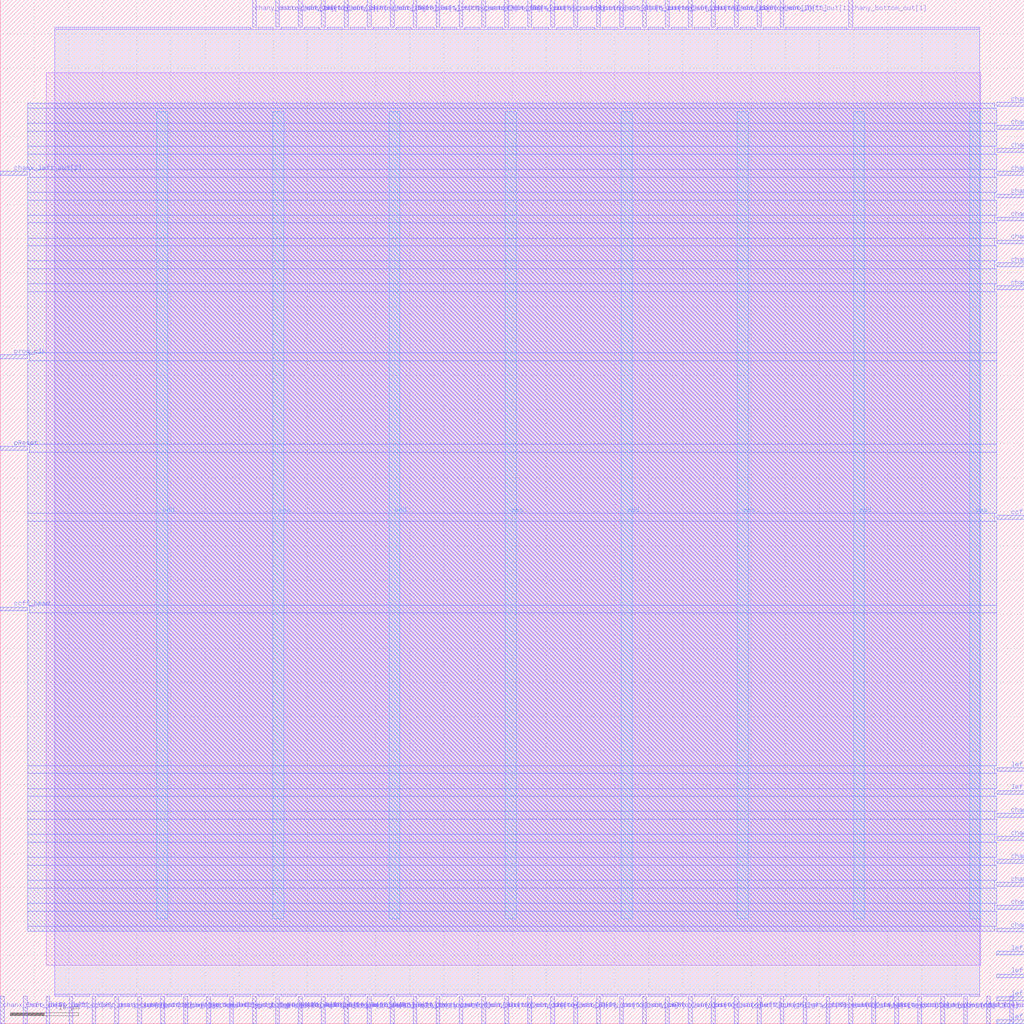
<source format=lef>
VERSION 5.7 ;
  NOWIREEXTENSIONATPIN ON ;
  DIVIDERCHAR "/" ;
  BUSBITCHARS "[]" ;
MACRO sb_2__2_
  CLASS BLOCK ;
  FOREIGN sb_2__2_ ;
  ORIGIN 0.000 0.000 ;
  SIZE 150.000 BY 150.000 ;
  PIN bottom_left_grid_right_width_0_height_0_subtile_0__pin_O_1_
    DIRECTION INPUT ;
    USE SIGNAL ;
    PORT
      LAYER Metal2 ;
        RECT 30.240 0.000 30.800 4.000 ;
    END
  END bottom_left_grid_right_width_0_height_0_subtile_0__pin_O_1_
  PIN bottom_left_grid_right_width_0_height_0_subtile_0__pin_O_5_
    DIRECTION INPUT ;
    USE SIGNAL ;
    PORT
      LAYER Metal2 ;
        RECT 10.080 0.000 10.640 4.000 ;
    END
  END bottom_left_grid_right_width_0_height_0_subtile_0__pin_O_5_
  PIN bottom_right_grid_left_width_0_height_0_subtile_0__pin_inpad_0_
    DIRECTION INPUT ;
    USE SIGNAL ;
    PORT
      LAYER Metal2 ;
        RECT 110.880 0.000 111.440 4.000 ;
    END
  END bottom_right_grid_left_width_0_height_0_subtile_0__pin_inpad_0_
  PIN bottom_right_grid_left_width_0_height_0_subtile_1__pin_inpad_0_
    DIRECTION INPUT ;
    USE SIGNAL ;
    PORT
      LAYER Metal2 ;
        RECT 144.480 0.000 145.040 4.000 ;
    END
  END bottom_right_grid_left_width_0_height_0_subtile_1__pin_inpad_0_
  PIN bottom_right_grid_left_width_0_height_0_subtile_2__pin_inpad_0_
    DIRECTION INPUT ;
    USE SIGNAL ;
    PORT
      LAYER Metal2 ;
        RECT 33.600 0.000 34.160 4.000 ;
    END
  END bottom_right_grid_left_width_0_height_0_subtile_2__pin_inpad_0_
  PIN bottom_right_grid_left_width_0_height_0_subtile_3__pin_inpad_0_
    DIRECTION INPUT ;
    USE SIGNAL ;
    PORT
      LAYER Metal2 ;
        RECT 23.520 0.000 24.080 4.000 ;
    END
  END bottom_right_grid_left_width_0_height_0_subtile_3__pin_inpad_0_
  PIN ccff_head
    DIRECTION INPUT ;
    USE SIGNAL ;
    ANTENNAGATEAREA 0.741000 ;
    ANTENNADIFFAREA 0.410400 ;
    PORT
      LAYER Metal3 ;
        RECT 0.000 60.480 4.000 61.040 ;
    END
  END ccff_head
  PIN ccff_tail
    DIRECTION OUTPUT TRISTATE ;
    USE SIGNAL ;
    ANTENNADIFFAREA 2.080400 ;
    PORT
      LAYER Metal3 ;
        RECT 146.000 73.920 150.000 74.480 ;
    END
  END ccff_tail
  PIN chanx_left_in[0]
    DIRECTION INPUT ;
    USE SIGNAL ;
    ANTENNAGATEAREA 0.741000 ;
    ANTENNADIFFAREA 0.410400 ;
    PORT
      LAYER Metal2 ;
        RECT 47.040 146.000 47.600 150.000 ;
    END
  END chanx_left_in[0]
  PIN chanx_left_in[10]
    DIRECTION INPUT ;
    USE SIGNAL ;
    ANTENNAGATEAREA 0.741000 ;
    ANTENNADIFFAREA 0.410400 ;
    PORT
      LAYER Metal2 ;
        RECT 110.880 146.000 111.440 150.000 ;
    END
  END chanx_left_in[10]
  PIN chanx_left_in[11]
    DIRECTION INPUT ;
    USE SIGNAL ;
    PORT
      LAYER Metal2 ;
        RECT 53.760 0.000 54.320 4.000 ;
    END
  END chanx_left_in[11]
  PIN chanx_left_in[12]
    DIRECTION INPUT ;
    USE SIGNAL ;
    PORT
      LAYER Metal2 ;
        RECT 40.320 0.000 40.880 4.000 ;
    END
  END chanx_left_in[12]
  PIN chanx_left_in[13]
    DIRECTION INPUT ;
    USE SIGNAL ;
    PORT
      LAYER Metal2 ;
        RECT 47.040 0.000 47.600 4.000 ;
    END
  END chanx_left_in[13]
  PIN chanx_left_in[14]
    DIRECTION INPUT ;
    USE SIGNAL ;
    PORT
      LAYER Metal2 ;
        RECT 36.960 0.000 37.520 4.000 ;
    END
  END chanx_left_in[14]
  PIN chanx_left_in[15]
    DIRECTION INPUT ;
    USE SIGNAL ;
    PORT
      LAYER Metal2 ;
        RECT 50.400 0.000 50.960 4.000 ;
    END
  END chanx_left_in[15]
  PIN chanx_left_in[16]
    DIRECTION INPUT ;
    USE SIGNAL ;
    PORT
      LAYER Metal2 ;
        RECT 43.680 0.000 44.240 4.000 ;
    END
  END chanx_left_in[16]
  PIN chanx_left_in[17]
    DIRECTION INPUT ;
    USE SIGNAL ;
    ANTENNAGATEAREA 0.741000 ;
    ANTENNADIFFAREA 0.410400 ;
    PORT
      LAYER Metal3 ;
        RECT 146.000 134.400 150.000 134.960 ;
    END
  END chanx_left_in[17]
  PIN chanx_left_in[18]
    DIRECTION INPUT ;
    USE SIGNAL ;
    ANTENNAGATEAREA 0.741000 ;
    ANTENNADIFFAREA 0.410400 ;
    PORT
      LAYER Metal2 ;
        RECT 53.760 146.000 54.320 150.000 ;
    END
  END chanx_left_in[18]
  PIN chanx_left_in[19]
    DIRECTION INPUT ;
    USE SIGNAL ;
    ANTENNAGATEAREA 0.741000 ;
    ANTENNADIFFAREA 0.410400 ;
    PORT
      LAYER Metal2 ;
        RECT 60.480 146.000 61.040 150.000 ;
    END
  END chanx_left_in[19]
  PIN chanx_left_in[1]
    DIRECTION INPUT ;
    USE SIGNAL ;
    PORT
      LAYER Metal2 ;
        RECT 3.360 0.000 3.920 4.000 ;
    END
  END chanx_left_in[1]
  PIN chanx_left_in[2]
    DIRECTION INPUT ;
    USE SIGNAL ;
    PORT
      LAYER Metal2 ;
        RECT 6.720 0.000 7.280 4.000 ;
    END
  END chanx_left_in[2]
  PIN chanx_left_in[3]
    DIRECTION INPUT ;
    USE SIGNAL ;
    PORT
      LAYER Metal2 ;
        RECT 114.240 0.000 114.800 4.000 ;
    END
  END chanx_left_in[3]
  PIN chanx_left_in[4]
    DIRECTION INPUT ;
    USE SIGNAL ;
    PORT
      LAYER Metal2 ;
        RECT 57.120 0.000 57.680 4.000 ;
    END
  END chanx_left_in[4]
  PIN chanx_left_in[5]
    DIRECTION INPUT ;
    USE SIGNAL ;
    PORT
      LAYER Metal2 ;
        RECT 90.720 0.000 91.280 4.000 ;
    END
  END chanx_left_in[5]
  PIN chanx_left_in[6]
    DIRECTION INPUT ;
    USE SIGNAL ;
    PORT
      LAYER Metal2 ;
        RECT 0.000 0.000 0.560 4.000 ;
    END
  END chanx_left_in[6]
  PIN chanx_left_in[7]
    DIRECTION INPUT ;
    USE SIGNAL ;
    ANTENNAGATEAREA 0.741000 ;
    ANTENNADIFFAREA 0.410400 ;
    PORT
      LAYER Metal3 ;
        RECT 146.000 13.440 150.000 14.000 ;
    END
  END chanx_left_in[7]
  PIN chanx_left_in[8]
    DIRECTION INPUT ;
    USE SIGNAL ;
    ANTENNAGATEAREA 0.741000 ;
    ANTENNADIFFAREA 0.410400 ;
    PORT
      LAYER Metal2 ;
        RECT 104.160 146.000 104.720 150.000 ;
    END
  END chanx_left_in[8]
  PIN chanx_left_in[9]
    DIRECTION INPUT ;
    USE SIGNAL ;
    ANTENNAGATEAREA 0.741000 ;
    ANTENNADIFFAREA 0.410400 ;
    PORT
      LAYER Metal2 ;
        RECT 80.640 0.000 81.200 4.000 ;
    END
  END chanx_left_in[9]
  PIN chanx_left_out[0]
    DIRECTION OUTPUT TRISTATE ;
    USE SIGNAL ;
    ANTENNADIFFAREA 0.360800 ;
    PORT
      LAYER Metal3 ;
        RECT 146.000 114.240 150.000 114.800 ;
    END
  END chanx_left_out[0]
  PIN chanx_left_out[10]
    DIRECTION OUTPUT TRISTATE ;
    USE SIGNAL ;
    ANTENNADIFFAREA 0.360800 ;
    PORT
      LAYER Metal2 ;
        RECT 73.920 0.000 74.480 4.000 ;
    END
  END chanx_left_out[10]
  PIN chanx_left_out[11]
    DIRECTION OUTPUT TRISTATE ;
    USE SIGNAL ;
    ANTENNADIFFAREA 0.360800 ;
    PORT
      LAYER Metal2 ;
        RECT 114.240 146.000 114.800 150.000 ;
    END
  END chanx_left_out[11]
  PIN chanx_left_out[12]
    DIRECTION OUTPUT TRISTATE ;
    USE SIGNAL ;
    ANTENNADIFFAREA 0.360800 ;
    PORT
      LAYER Metal2 ;
        RECT 40.320 146.000 40.880 150.000 ;
    END
  END chanx_left_out[12]
  PIN chanx_left_out[13]
    DIRECTION OUTPUT TRISTATE ;
    USE SIGNAL ;
    ANTENNADIFFAREA 0.360800 ;
    PORT
      LAYER Metal2 ;
        RECT 84.000 0.000 84.560 4.000 ;
    END
  END chanx_left_out[13]
  PIN chanx_left_out[14]
    DIRECTION OUTPUT TRISTATE ;
    USE SIGNAL ;
    ANTENNADIFFAREA 0.360800 ;
    PORT
      LAYER Metal2 ;
        RECT 124.320 0.000 124.880 4.000 ;
    END
  END chanx_left_out[14]
  PIN chanx_left_out[15]
    DIRECTION OUTPUT TRISTATE ;
    USE SIGNAL ;
    ANTENNADIFFAREA 0.360800 ;
    PORT
      LAYER Metal2 ;
        RECT 107.520 0.000 108.080 4.000 ;
    END
  END chanx_left_out[15]
  PIN chanx_left_out[16]
    DIRECTION OUTPUT TRISTATE ;
    USE SIGNAL ;
    ANTENNADIFFAREA 2.080400 ;
    PORT
      LAYER Metal2 ;
        RECT 90.720 146.000 91.280 150.000 ;
    END
  END chanx_left_out[16]
  PIN chanx_left_out[17]
    DIRECTION OUTPUT TRISTATE ;
    USE SIGNAL ;
    ANTENNADIFFAREA 2.080400 ;
    PORT
      LAYER Metal3 ;
        RECT 146.000 30.240 150.000 30.800 ;
    END
  END chanx_left_out[17]
  PIN chanx_left_out[18]
    DIRECTION OUTPUT TRISTATE ;
    USE SIGNAL ;
    ANTENNADIFFAREA 2.080400 ;
    PORT
      LAYER Metal2 ;
        RECT 97.440 146.000 98.000 150.000 ;
    END
  END chanx_left_out[18]
  PIN chanx_left_out[19]
    DIRECTION OUTPUT TRISTATE ;
    USE SIGNAL ;
    ANTENNADIFFAREA 2.080400 ;
    PORT
      LAYER Metal2 ;
        RECT 67.200 0.000 67.760 4.000 ;
    END
  END chanx_left_out[19]
  PIN chanx_left_out[1]
    DIRECTION OUTPUT TRISTATE ;
    USE SIGNAL ;
    ANTENNADIFFAREA 0.360800 ;
    PORT
      LAYER Metal2 ;
        RECT 57.120 146.000 57.680 150.000 ;
    END
  END chanx_left_out[1]
  PIN chanx_left_out[2]
    DIRECTION OUTPUT TRISTATE ;
    USE SIGNAL ;
    ANTENNADIFFAREA 0.360800 ;
    PORT
      LAYER Metal3 ;
        RECT 0.000 124.320 4.000 124.880 ;
    END
  END chanx_left_out[2]
  PIN chanx_left_out[3]
    DIRECTION OUTPUT TRISTATE ;
    USE SIGNAL ;
    ANTENNADIFFAREA 0.360800 ;
    PORT
      LAYER Metal2 ;
        RECT 73.920 146.000 74.480 150.000 ;
    END
  END chanx_left_out[3]
  PIN chanx_left_out[4]
    DIRECTION OUTPUT TRISTATE ;
    USE SIGNAL ;
    ANTENNADIFFAREA 0.360800 ;
    PORT
      LAYER Metal2 ;
        RECT 70.560 146.000 71.120 150.000 ;
    END
  END chanx_left_out[4]
  PIN chanx_left_out[5]
    DIRECTION OUTPUT TRISTATE ;
    USE SIGNAL ;
    ANTENNADIFFAREA 0.360800 ;
    PORT
      LAYER Metal3 ;
        RECT 146.000 117.600 150.000 118.160 ;
    END
  END chanx_left_out[5]
  PIN chanx_left_out[6]
    DIRECTION OUTPUT TRISTATE ;
    USE SIGNAL ;
    ANTENNADIFFAREA 2.080400 ;
    PORT
      LAYER Metal2 ;
        RECT 87.360 146.000 87.920 150.000 ;
    END
  END chanx_left_out[6]
  PIN chanx_left_out[7]
    DIRECTION OUTPUT TRISTATE ;
    USE SIGNAL ;
    ANTENNADIFFAREA 2.080400 ;
    PORT
      LAYER Metal2 ;
        RECT 104.160 0.000 104.720 4.000 ;
    END
  END chanx_left_out[7]
  PIN chanx_left_out[8]
    DIRECTION OUTPUT TRISTATE ;
    USE SIGNAL ;
    ANTENNADIFFAREA 1.986000 ;
    PORT
      LAYER Metal3 ;
        RECT 146.000 110.880 150.000 111.440 ;
    END
  END chanx_left_out[8]
  PIN chanx_left_out[9]
    DIRECTION OUTPUT TRISTATE ;
    USE SIGNAL ;
    ANTENNADIFFAREA 2.080400 ;
    PORT
      LAYER Metal2 ;
        RECT 97.440 0.000 98.000 4.000 ;
    END
  END chanx_left_out[9]
  PIN chany_bottom_in[0]
    DIRECTION INPUT ;
    USE SIGNAL ;
    PORT
      LAYER Metal2 ;
        RECT 26.880 0.000 27.440 4.000 ;
    END
  END chany_bottom_in[0]
  PIN chany_bottom_in[10]
    DIRECTION INPUT ;
    USE SIGNAL ;
    PORT
      LAYER Metal2 ;
        RECT 137.760 0.000 138.320 4.000 ;
    END
  END chany_bottom_in[10]
  PIN chany_bottom_in[11]
    DIRECTION INPUT ;
    USE SIGNAL ;
    PORT
      LAYER Metal2 ;
        RECT 20.160 0.000 20.720 4.000 ;
    END
  END chany_bottom_in[11]
  PIN chany_bottom_in[12]
    DIRECTION INPUT ;
    USE SIGNAL ;
    PORT
      LAYER Metal2 ;
        RECT 127.680 0.000 128.240 4.000 ;
    END
  END chany_bottom_in[12]
  PIN chany_bottom_in[13]
    DIRECTION INPUT ;
    USE SIGNAL ;
    PORT
      LAYER Metal2 ;
        RECT 134.400 0.000 134.960 4.000 ;
    END
  END chany_bottom_in[13]
  PIN chany_bottom_in[14]
    DIRECTION INPUT ;
    USE SIGNAL ;
    PORT
      LAYER Metal2 ;
        RECT 120.960 0.000 121.520 4.000 ;
    END
  END chany_bottom_in[14]
  PIN chany_bottom_in[15]
    DIRECTION INPUT ;
    USE SIGNAL ;
    ANTENNAGATEAREA 0.741000 ;
    ANTENNADIFFAREA 0.410400 ;
    PORT
      LAYER Metal2 ;
        RECT 77.280 146.000 77.840 150.000 ;
    END
  END chany_bottom_in[15]
  PIN chany_bottom_in[16]
    DIRECTION INPUT ;
    USE SIGNAL ;
    ANTENNAGATEAREA 0.741000 ;
    ANTENNADIFFAREA 0.410400 ;
    PORT
      LAYER Metal3 ;
        RECT 146.000 26.880 150.000 27.440 ;
    END
  END chany_bottom_in[16]
  PIN chany_bottom_in[17]
    DIRECTION INPUT ;
    USE SIGNAL ;
    ANTENNAGATEAREA 0.741000 ;
    ANTENNADIFFAREA 0.410400 ;
    PORT
      LAYER Metal2 ;
        RECT 94.080 146.000 94.640 150.000 ;
    END
  END chany_bottom_in[17]
  PIN chany_bottom_in[18]
    DIRECTION INPUT ;
    USE SIGNAL ;
    ANTENNAGATEAREA 0.741000 ;
    ANTENNADIFFAREA 0.410400 ;
    PORT
      LAYER Metal2 ;
        RECT 60.480 0.000 61.040 4.000 ;
    END
  END chany_bottom_in[18]
  PIN chany_bottom_in[19]
    DIRECTION INPUT ;
    USE SIGNAL ;
    PORT
      LAYER Metal2 ;
        RECT 16.800 0.000 17.360 4.000 ;
    END
  END chany_bottom_in[19]
  PIN chany_bottom_in[1]
    DIRECTION INPUT ;
    USE SIGNAL ;
    PORT
      LAYER Metal2 ;
        RECT 147.840 0.000 148.400 4.000 ;
    END
  END chany_bottom_in[1]
  PIN chany_bottom_in[2]
    DIRECTION INPUT ;
    USE SIGNAL ;
    PORT
      LAYER Metal2 ;
        RECT 117.600 0.000 118.160 4.000 ;
    END
  END chany_bottom_in[2]
  PIN chany_bottom_in[3]
    DIRECTION INPUT ;
    USE SIGNAL ;
    PORT
      LAYER Metal2 ;
        RECT 141.120 0.000 141.680 4.000 ;
    END
  END chany_bottom_in[3]
  PIN chany_bottom_in[4]
    DIRECTION INPUT ;
    USE SIGNAL ;
    PORT
      LAYER Metal2 ;
        RECT 131.040 0.000 131.600 4.000 ;
    END
  END chany_bottom_in[4]
  PIN chany_bottom_in[5]
    DIRECTION INPUT ;
    USE SIGNAL ;
    ANTENNAGATEAREA 0.741000 ;
    ANTENNADIFFAREA 0.410400 ;
    PORT
      LAYER Metal2 ;
        RECT 80.640 146.000 81.200 150.000 ;
    END
  END chany_bottom_in[5]
  PIN chany_bottom_in[6]
    DIRECTION INPUT ;
    USE SIGNAL ;
    ANTENNAGATEAREA 0.741000 ;
    ANTENNADIFFAREA 0.410400 ;
    PORT
      LAYER Metal2 ;
        RECT 100.800 0.000 101.360 4.000 ;
    END
  END chany_bottom_in[6]
  PIN chany_bottom_in[7]
    DIRECTION INPUT ;
    USE SIGNAL ;
    ANTENNAGATEAREA 0.741000 ;
    ANTENNADIFFAREA 0.410400 ;
    PORT
      LAYER Metal3 ;
        RECT 146.000 107.520 150.000 108.080 ;
    END
  END chany_bottom_in[7]
  PIN chany_bottom_in[8]
    DIRECTION INPUT ;
    USE SIGNAL ;
    ANTENNAGATEAREA 0.741000 ;
    ANTENNADIFFAREA 0.410400 ;
    PORT
      LAYER Metal2 ;
        RECT 94.080 0.000 94.640 4.000 ;
    END
  END chany_bottom_in[8]
  PIN chany_bottom_in[9]
    DIRECTION INPUT ;
    USE SIGNAL ;
    PORT
      LAYER Metal2 ;
        RECT 13.440 0.000 14.000 4.000 ;
    END
  END chany_bottom_in[9]
  PIN chany_bottom_out[0]
    DIRECTION OUTPUT TRISTATE ;
    USE SIGNAL ;
    ANTENNADIFFAREA 0.360800 ;
    PORT
      LAYER Metal3 ;
        RECT 146.000 131.040 150.000 131.600 ;
    END
  END chany_bottom_out[0]
  PIN chany_bottom_out[10]
    DIRECTION OUTPUT TRISTATE ;
    USE SIGNAL ;
    ANTENNADIFFAREA 0.360800 ;
    PORT
      LAYER Metal2 ;
        RECT 36.960 146.000 37.520 150.000 ;
    END
  END chany_bottom_out[10]
  PIN chany_bottom_out[11]
    DIRECTION OUTPUT TRISTATE ;
    USE SIGNAL ;
    ANTENNADIFFAREA 0.360800 ;
    PORT
      LAYER Metal3 ;
        RECT 146.000 124.320 150.000 124.880 ;
    END
  END chany_bottom_out[11]
  PIN chany_bottom_out[12]
    DIRECTION OUTPUT TRISTATE ;
    USE SIGNAL ;
    ANTENNADIFFAREA 0.360800 ;
    PORT
      LAYER Metal2 ;
        RECT 70.560 0.000 71.120 4.000 ;
    END
  END chany_bottom_out[12]
  PIN chany_bottom_out[13]
    DIRECTION OUTPUT TRISTATE ;
    USE SIGNAL ;
    ANTENNADIFFAREA 0.360800 ;
    PORT
      LAYER Metal2 ;
        RECT 100.800 146.000 101.360 150.000 ;
    END
  END chany_bottom_out[13]
  PIN chany_bottom_out[14]
    DIRECTION OUTPUT TRISTATE ;
    USE SIGNAL ;
    ANTENNADIFFAREA 0.360800 ;
    PORT
      LAYER Metal2 ;
        RECT 87.360 0.000 87.920 4.000 ;
    END
  END chany_bottom_out[14]
  PIN chany_bottom_out[15]
    DIRECTION OUTPUT TRISTATE ;
    USE SIGNAL ;
    ANTENNADIFFAREA 0.360800 ;
    PORT
      LAYER Metal3 ;
        RECT 146.000 120.960 150.000 121.520 ;
    END
  END chany_bottom_out[15]
  PIN chany_bottom_out[16]
    DIRECTION OUTPUT TRISTATE ;
    USE SIGNAL ;
    ANTENNADIFFAREA 1.986000 ;
    PORT
      LAYER Metal3 ;
        RECT 146.000 127.680 150.000 128.240 ;
    END
  END chany_bottom_out[16]
  PIN chany_bottom_out[17]
    DIRECTION OUTPUT TRISTATE ;
    USE SIGNAL ;
    ANTENNADIFFAREA 2.080400 ;
    PORT
      LAYER Metal2 ;
        RECT 63.840 146.000 64.400 150.000 ;
    END
  END chany_bottom_out[17]
  PIN chany_bottom_out[18]
    DIRECTION OUTPUT TRISTATE ;
    USE SIGNAL ;
    ANTENNADIFFAREA 2.080400 ;
    PORT
      LAYER Metal2 ;
        RECT 67.200 146.000 67.760 150.000 ;
    END
  END chany_bottom_out[18]
  PIN chany_bottom_out[19]
    DIRECTION OUTPUT TRISTATE ;
    USE SIGNAL ;
    ANTENNADIFFAREA 2.080400 ;
    PORT
      LAYER Metal2 ;
        RECT 50.400 146.000 50.960 150.000 ;
    END
  END chany_bottom_out[19]
  PIN chany_bottom_out[1]
    DIRECTION OUTPUT TRISTATE ;
    USE SIGNAL ;
    ANTENNADIFFAREA 0.360800 ;
    PORT
      LAYER Metal2 ;
        RECT 124.320 146.000 124.880 150.000 ;
    END
  END chany_bottom_out[1]
  PIN chany_bottom_out[2]
    DIRECTION OUTPUT TRISTATE ;
    USE SIGNAL ;
    ANTENNADIFFAREA 0.360800 ;
    PORT
      LAYER Metal2 ;
        RECT 43.680 146.000 44.240 150.000 ;
    END
  END chany_bottom_out[2]
  PIN chany_bottom_out[3]
    DIRECTION OUTPUT TRISTATE ;
    USE SIGNAL ;
    ANTENNADIFFAREA 0.360800 ;
    PORT
      LAYER Metal3 ;
        RECT 146.000 16.800 150.000 17.360 ;
    END
  END chany_bottom_out[3]
  PIN chany_bottom_out[4]
    DIRECTION OUTPUT TRISTATE ;
    USE SIGNAL ;
    ANTENNADIFFAREA 0.360800 ;
    PORT
      LAYER Metal3 ;
        RECT 146.000 23.520 150.000 24.080 ;
    END
  END chany_bottom_out[4]
  PIN chany_bottom_out[5]
    DIRECTION OUTPUT TRISTATE ;
    USE SIGNAL ;
    ANTENNADIFFAREA 0.360800 ;
    PORT
      LAYER Metal2 ;
        RECT 63.840 0.000 64.400 4.000 ;
    END
  END chany_bottom_out[5]
  PIN chany_bottom_out[6]
    DIRECTION OUTPUT TRISTATE ;
    USE SIGNAL ;
    ANTENNADIFFAREA 2.080400 ;
    PORT
      LAYER Metal3 ;
        RECT 146.000 20.160 150.000 20.720 ;
    END
  END chany_bottom_out[6]
  PIN chany_bottom_out[7]
    DIRECTION OUTPUT TRISTATE ;
    USE SIGNAL ;
    ANTENNADIFFAREA 2.080400 ;
    PORT
      LAYER Metal2 ;
        RECT 107.520 146.000 108.080 150.000 ;
    END
  END chany_bottom_out[7]
  PIN chany_bottom_out[8]
    DIRECTION OUTPUT TRISTATE ;
    USE SIGNAL ;
    ANTENNADIFFAREA 2.080400 ;
    PORT
      LAYER Metal2 ;
        RECT 77.280 0.000 77.840 4.000 ;
    END
  END chany_bottom_out[8]
  PIN chany_bottom_out[9]
    DIRECTION OUTPUT TRISTATE ;
    USE SIGNAL ;
    ANTENNADIFFAREA 2.080400 ;
    PORT
      LAYER Metal2 ;
        RECT 84.000 146.000 84.560 150.000 ;
    END
  END chany_bottom_out[9]
  PIN left_bottom_grid_top_width_0_height_0_subtile_0__pin_O_0_
    DIRECTION INPUT ;
    USE SIGNAL ;
    PORT
      LAYER Metal3 ;
        RECT 146.000 6.720 150.000 7.280 ;
    END
  END left_bottom_grid_top_width_0_height_0_subtile_0__pin_O_0_
  PIN left_bottom_grid_top_width_0_height_0_subtile_0__pin_O_4_
    DIRECTION INPUT ;
    USE SIGNAL ;
    PORT
      LAYER Metal3 ;
        RECT 146.000 10.080 150.000 10.640 ;
    END
  END left_bottom_grid_top_width_0_height_0_subtile_0__pin_O_4_
  PIN left_top_grid_bottom_width_0_height_0_subtile_0__pin_inpad_0_
    DIRECTION INPUT ;
    USE SIGNAL ;
    PORT
      LAYER Metal3 ;
        RECT 146.000 36.960 150.000 37.520 ;
    END
  END left_top_grid_bottom_width_0_height_0_subtile_0__pin_inpad_0_
  PIN left_top_grid_bottom_width_0_height_0_subtile_1__pin_inpad_0_
    DIRECTION INPUT ;
    USE SIGNAL ;
    PORT
      LAYER Metal3 ;
        RECT 146.000 33.600 150.000 34.160 ;
    END
  END left_top_grid_bottom_width_0_height_0_subtile_1__pin_inpad_0_
  PIN left_top_grid_bottom_width_0_height_0_subtile_2__pin_inpad_0_
    DIRECTION INPUT ;
    USE SIGNAL ;
    PORT
      LAYER Metal3 ;
        RECT 146.000 0.000 150.000 0.560 ;
    END
  END left_top_grid_bottom_width_0_height_0_subtile_2__pin_inpad_0_
  PIN left_top_grid_bottom_width_0_height_0_subtile_3__pin_inpad_0_
    DIRECTION INPUT ;
    USE SIGNAL ;
    PORT
      LAYER Metal3 ;
        RECT 146.000 3.360 150.000 3.920 ;
    END
  END left_top_grid_bottom_width_0_height_0_subtile_3__pin_inpad_0_
  PIN pReset
    DIRECTION INPUT ;
    USE SIGNAL ;
    ANTENNAGATEAREA 0.726000 ;
    ANTENNADIFFAREA 0.410400 ;
    PORT
      LAYER Metal3 ;
        RECT 0.000 84.000 4.000 84.560 ;
    END
  END pReset
  PIN prog_clk
    DIRECTION INPUT ;
    USE SIGNAL ;
    ANTENNAGATEAREA 4.738000 ;
    ANTENNADIFFAREA 0.410400 ;
    PORT
      LAYER Metal3 ;
        RECT 0.000 97.440 4.000 98.000 ;
    END
  END prog_clk
  PIN vdd
    DIRECTION INOUT ;
    USE POWER ;
    PORT
      LAYER Metal4 ;
        RECT 22.930 15.380 24.530 133.580 ;
    END
    PORT
      LAYER Metal4 ;
        RECT 56.950 15.380 58.550 133.580 ;
    END
    PORT
      LAYER Metal4 ;
        RECT 90.970 15.380 92.570 133.580 ;
    END
    PORT
      LAYER Metal4 ;
        RECT 124.990 15.380 126.590 133.580 ;
    END
  END vdd
  PIN vss
    DIRECTION INOUT ;
    USE GROUND ;
    PORT
      LAYER Metal4 ;
        RECT 39.940 15.380 41.540 133.580 ;
    END
    PORT
      LAYER Metal4 ;
        RECT 73.960 15.380 75.560 133.580 ;
    END
    PORT
      LAYER Metal4 ;
        RECT 107.980 15.380 109.580 133.580 ;
    END
    PORT
      LAYER Metal4 ;
        RECT 142.000 15.380 143.600 133.580 ;
    END
  END vss
  OBS
      LAYER Metal1 ;
        RECT 6.720 8.550 143.600 139.290 ;
      LAYER Metal2 ;
        RECT 7.980 145.700 36.660 146.000 ;
        RECT 37.820 145.700 40.020 146.000 ;
        RECT 41.180 145.700 43.380 146.000 ;
        RECT 44.540 145.700 46.740 146.000 ;
        RECT 47.900 145.700 50.100 146.000 ;
        RECT 51.260 145.700 53.460 146.000 ;
        RECT 54.620 145.700 56.820 146.000 ;
        RECT 57.980 145.700 60.180 146.000 ;
        RECT 61.340 145.700 63.540 146.000 ;
        RECT 64.700 145.700 66.900 146.000 ;
        RECT 68.060 145.700 70.260 146.000 ;
        RECT 71.420 145.700 73.620 146.000 ;
        RECT 74.780 145.700 76.980 146.000 ;
        RECT 78.140 145.700 80.340 146.000 ;
        RECT 81.500 145.700 83.700 146.000 ;
        RECT 84.860 145.700 87.060 146.000 ;
        RECT 88.220 145.700 90.420 146.000 ;
        RECT 91.580 145.700 93.780 146.000 ;
        RECT 94.940 145.700 97.140 146.000 ;
        RECT 98.300 145.700 100.500 146.000 ;
        RECT 101.660 145.700 103.860 146.000 ;
        RECT 105.020 145.700 107.220 146.000 ;
        RECT 108.380 145.700 110.580 146.000 ;
        RECT 111.740 145.700 113.940 146.000 ;
        RECT 115.100 145.700 124.020 146.000 ;
        RECT 125.180 145.700 143.460 146.000 ;
        RECT 7.980 4.300 143.460 145.700 ;
        RECT 7.980 4.000 9.780 4.300 ;
        RECT 10.940 4.000 13.140 4.300 ;
        RECT 14.300 4.000 16.500 4.300 ;
        RECT 17.660 4.000 19.860 4.300 ;
        RECT 21.020 4.000 23.220 4.300 ;
        RECT 24.380 4.000 26.580 4.300 ;
        RECT 27.740 4.000 29.940 4.300 ;
        RECT 31.100 4.000 33.300 4.300 ;
        RECT 34.460 4.000 36.660 4.300 ;
        RECT 37.820 4.000 40.020 4.300 ;
        RECT 41.180 4.000 43.380 4.300 ;
        RECT 44.540 4.000 46.740 4.300 ;
        RECT 47.900 4.000 50.100 4.300 ;
        RECT 51.260 4.000 53.460 4.300 ;
        RECT 54.620 4.000 56.820 4.300 ;
        RECT 57.980 4.000 60.180 4.300 ;
        RECT 61.340 4.000 63.540 4.300 ;
        RECT 64.700 4.000 66.900 4.300 ;
        RECT 68.060 4.000 70.260 4.300 ;
        RECT 71.420 4.000 73.620 4.300 ;
        RECT 74.780 4.000 76.980 4.300 ;
        RECT 78.140 4.000 80.340 4.300 ;
        RECT 81.500 4.000 83.700 4.300 ;
        RECT 84.860 4.000 87.060 4.300 ;
        RECT 88.220 4.000 90.420 4.300 ;
        RECT 91.580 4.000 93.780 4.300 ;
        RECT 94.940 4.000 97.140 4.300 ;
        RECT 98.300 4.000 100.500 4.300 ;
        RECT 101.660 4.000 103.860 4.300 ;
        RECT 105.020 4.000 107.220 4.300 ;
        RECT 108.380 4.000 110.580 4.300 ;
        RECT 111.740 4.000 113.940 4.300 ;
        RECT 115.100 4.000 117.300 4.300 ;
        RECT 118.460 4.000 120.660 4.300 ;
        RECT 121.820 4.000 124.020 4.300 ;
        RECT 125.180 4.000 127.380 4.300 ;
        RECT 128.540 4.000 130.740 4.300 ;
        RECT 131.900 4.000 134.100 4.300 ;
        RECT 135.260 4.000 137.460 4.300 ;
        RECT 138.620 4.000 140.820 4.300 ;
        RECT 141.980 4.000 143.460 4.300 ;
      LAYER Metal3 ;
        RECT 4.000 134.100 145.700 134.820 ;
        RECT 4.000 131.900 146.000 134.100 ;
        RECT 4.000 130.740 145.700 131.900 ;
        RECT 4.000 128.540 146.000 130.740 ;
        RECT 4.000 127.380 145.700 128.540 ;
        RECT 4.000 125.180 146.000 127.380 ;
        RECT 4.300 124.020 145.700 125.180 ;
        RECT 4.000 121.820 146.000 124.020 ;
        RECT 4.000 120.660 145.700 121.820 ;
        RECT 4.000 118.460 146.000 120.660 ;
        RECT 4.000 117.300 145.700 118.460 ;
        RECT 4.000 115.100 146.000 117.300 ;
        RECT 4.000 113.940 145.700 115.100 ;
        RECT 4.000 111.740 146.000 113.940 ;
        RECT 4.000 110.580 145.700 111.740 ;
        RECT 4.000 108.380 146.000 110.580 ;
        RECT 4.000 107.220 145.700 108.380 ;
        RECT 4.000 98.300 146.000 107.220 ;
        RECT 4.300 97.140 146.000 98.300 ;
        RECT 4.000 84.860 146.000 97.140 ;
        RECT 4.300 83.700 146.000 84.860 ;
        RECT 4.000 74.780 146.000 83.700 ;
        RECT 4.000 73.620 145.700 74.780 ;
        RECT 4.000 61.340 146.000 73.620 ;
        RECT 4.300 60.180 146.000 61.340 ;
        RECT 4.000 37.820 146.000 60.180 ;
        RECT 4.000 36.660 145.700 37.820 ;
        RECT 4.000 34.460 146.000 36.660 ;
        RECT 4.000 33.300 145.700 34.460 ;
        RECT 4.000 31.100 146.000 33.300 ;
        RECT 4.000 29.940 145.700 31.100 ;
        RECT 4.000 27.740 146.000 29.940 ;
        RECT 4.000 26.580 145.700 27.740 ;
        RECT 4.000 24.380 146.000 26.580 ;
        RECT 4.000 23.220 145.700 24.380 ;
        RECT 4.000 21.020 146.000 23.220 ;
        RECT 4.000 19.860 145.700 21.020 ;
        RECT 4.000 17.660 146.000 19.860 ;
        RECT 4.000 16.500 145.700 17.660 ;
        RECT 4.000 14.300 146.000 16.500 ;
        RECT 4.000 13.580 145.700 14.300 ;
  END
END sb_2__2_
END LIBRARY


</source>
